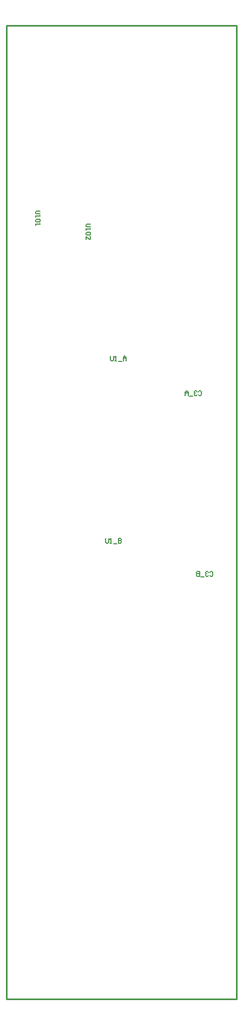
<source format=gbo>
G04 Layer_Color=32896*
%FSLAX25Y25*%
%MOIN*%
G70*
G01*
G75*
%ADD31C,0.01000*%
%ADD32C,0.00591*%
D31*
X141732Y-598000D02*
Y0D01*
X0D02*
X141732D01*
X0Y-598000D02*
X141732D01*
X0D02*
Y0D01*
D32*
X125213Y-336054D02*
X125672Y-335595D01*
X126591D01*
X127050Y-336054D01*
Y-337891D01*
X126591Y-338350D01*
X125672D01*
X125213Y-337891D01*
X124295Y-336054D02*
X123836Y-335595D01*
X122917D01*
X122458Y-336054D01*
Y-336513D01*
X122917Y-336972D01*
X123377D01*
X122917D01*
X122458Y-337432D01*
Y-337891D01*
X122917Y-338350D01*
X123836D01*
X124295Y-337891D01*
X121540Y-338809D02*
X119703D01*
X118785Y-335595D02*
Y-338350D01*
X117407D01*
X116948Y-337891D01*
Y-337432D01*
X117407Y-336972D01*
X118785D01*
X117407D01*
X116948Y-336513D01*
Y-336054D01*
X117407Y-335595D01*
X118785D01*
X118213Y-225054D02*
X118673Y-224595D01*
X119591D01*
X120050Y-225054D01*
Y-226891D01*
X119591Y-227350D01*
X118673D01*
X118213Y-226891D01*
X117295Y-225054D02*
X116836Y-224595D01*
X115918D01*
X115458Y-225054D01*
Y-225513D01*
X115918Y-225973D01*
X116377D01*
X115918D01*
X115458Y-226432D01*
Y-226891D01*
X115918Y-227350D01*
X116836D01*
X117295Y-226891D01*
X114540Y-227809D02*
X112703D01*
X111785Y-227350D02*
Y-225513D01*
X110867Y-224595D01*
X109948Y-225513D01*
Y-227350D01*
Y-225973D01*
X111785D01*
X64000Y-203245D02*
Y-205541D01*
X64459Y-206000D01*
X65377D01*
X65837Y-205541D01*
Y-203245D01*
X66755Y-206000D02*
X67673D01*
X67214D01*
Y-203245D01*
X66755Y-203704D01*
X69051Y-206459D02*
X70888D01*
X71806Y-206000D02*
Y-204163D01*
X72724Y-203245D01*
X73643Y-204163D01*
Y-206000D01*
Y-204623D01*
X71806D01*
X20755Y-114000D02*
X18459D01*
X18000Y-114459D01*
Y-115377D01*
X18459Y-115837D01*
X20755D01*
X18000Y-116755D02*
Y-117673D01*
Y-117214D01*
X20755D01*
X20296Y-116755D01*
Y-119051D02*
X20755Y-119510D01*
Y-120428D01*
X20296Y-120888D01*
X18459D01*
X18000Y-120428D01*
Y-119510D01*
X18459Y-119051D01*
X20296D01*
X18000Y-121806D02*
Y-122724D01*
Y-122265D01*
X20755D01*
X20296Y-121806D01*
X51755Y-122000D02*
X49459D01*
X49000Y-122459D01*
Y-123378D01*
X49459Y-123837D01*
X51755D01*
X49000Y-124755D02*
Y-125673D01*
Y-125214D01*
X51755D01*
X51296Y-124755D01*
Y-127051D02*
X51755Y-127510D01*
Y-128428D01*
X51296Y-128888D01*
X49459D01*
X49000Y-128428D01*
Y-127510D01*
X49459Y-127051D01*
X51296D01*
X49000Y-131643D02*
Y-129806D01*
X50837Y-131643D01*
X51296D01*
X51755Y-131183D01*
Y-130265D01*
X51296Y-129806D01*
X61000Y-315245D02*
Y-317541D01*
X61459Y-318000D01*
X62378D01*
X62837Y-317541D01*
Y-315245D01*
X63755Y-318000D02*
X64673D01*
X64214D01*
Y-315245D01*
X63755Y-315704D01*
X66051Y-318459D02*
X67888D01*
X68806Y-315245D02*
Y-318000D01*
X70183D01*
X70643Y-317541D01*
Y-317082D01*
X70183Y-316622D01*
X68806D01*
X70183D01*
X70643Y-316163D01*
Y-315704D01*
X70183Y-315245D01*
X68806D01*
M02*

</source>
